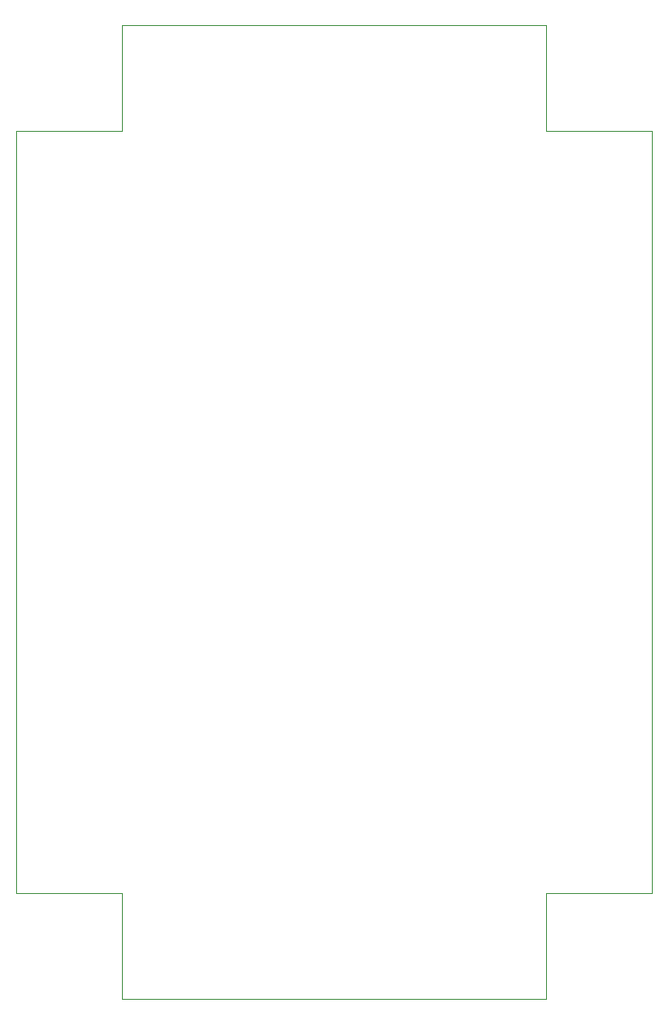
<source format=gm1>
G04 #@! TF.FileFunction,Profile,NP*
%FSLAX46Y46*%
G04 Gerber Fmt 4.6, Leading zero omitted, Abs format (unit mm)*
G04 Created by KiCad (PCBNEW 4.0.6) date Thursday, 05 October 2017 'PMt' 05:15:57 PM*
%MOMM*%
%LPD*%
G01*
G04 APERTURE LIST*
%ADD10C,0.100000*%
G04 APERTURE END LIST*
D10*
X130600000Y-66000000D02*
X130600000Y-56000000D01*
X120600000Y-66000000D02*
X130600000Y-66000000D01*
X120600000Y-138000000D02*
X120600000Y-66000000D01*
X130600000Y-138000000D02*
X120600000Y-138000000D01*
X130600000Y-148000000D02*
X130600000Y-138000000D01*
X170600000Y-148000000D02*
X130600000Y-148000000D01*
X170600000Y-138000000D02*
X170600000Y-148000000D01*
X180600000Y-138000000D02*
X170600000Y-138000000D01*
X180600000Y-66000000D02*
X180600000Y-138000000D01*
X170600000Y-66000000D02*
X180600000Y-66000000D01*
X170600000Y-56000000D02*
X170600000Y-66000000D01*
X130600000Y-56000000D02*
X170600000Y-56000000D01*
M02*

</source>
